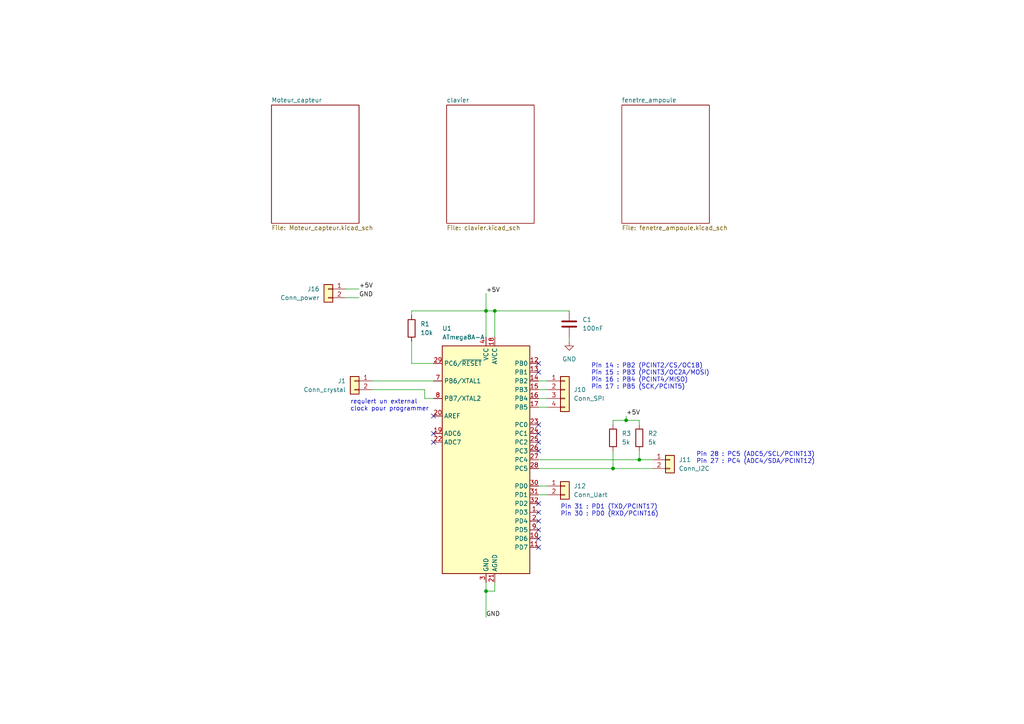
<source format=kicad_sch>
(kicad_sch (version 20230121) (generator eeschema)
  (paper "A4")
  (lib_symbols
    (symbol "Connector_Generic:Conn_01x02" (pin_names (offset 1.016) hide)
      (property "Reference" "J" (at 0 2.54 0))
      (property "Value" "Conn_01x02" (at 0 -5.08 0))
      (symbol "Conn_01x02_1_1"
        (rectangle (start -1.27 -2.413) (end 0 -2.667) (stroke (width 0.1524)))
        (rectangle (start -1.27 0.127) (end 0 -0.127) (stroke (width 0.1524)))
        (rectangle (start -1.27 1.27) (end 1.27 -3.81) (stroke (width 0.254)) (fill (type background)))
        (pin passive line (at -5.08 0 0) (length 3.81) (name "Pin_1") (number "1"))
        (pin passive line (at -5.08 -2.54 0) (length 3.81) (name "Pin_2") (number "2"))
      )
    )
    (symbol "Connector_Generic:Conn_01x04" (pin_names (offset 1.016) hide)
      (property "Reference" "J" (at 0 5.08 0))
      (property "Value" "Conn_01x04" (at 0 -7.62 0))
      (symbol "Conn_01x04_1_1"
        (rectangle (start -1.27 -4.953) (end 0 -5.207) (stroke (width 0.1524)))
        (rectangle (start -1.27 -2.413) (end 0 -2.667) (stroke (width 0.1524)))
        (rectangle (start -1.27 0.127) (end 0 -0.127) (stroke (width 0.1524)))
        (rectangle (start -1.27 2.667) (end 0 2.413) (stroke (width 0.1524)))
        (rectangle (start -1.27 3.81) (end 1.27 -6.35) (stroke (width 0.254)) (fill (type background)))
        (pin passive line (at -5.08 2.54 0) (length 3.81) (name "Pin_1") (number "1"))
        (pin passive line (at -5.08 0 0) (length 3.81) (name "Pin_2") (number "2"))
        (pin passive line (at -5.08 -2.54 0) (length 3.81) (name "Pin_3") (number "3"))
        (pin passive line (at -5.08 -5.08 0) (length 3.81) (name "Pin_4") (number "4"))
      )
    )
    (symbol "Device:C" (pin_numbers hide) (pin_names (offset 0.254))
      (property "Reference" "C" (at 0.635 2.54 0))
      (property "Value" "C" (at 0.635 -2.54 0))
      (symbol "C_0_1"
        (polyline (pts (xy -2.032 -0.762) (xy 2.032 -0.762)) (stroke (width 0.508)))
        (polyline (pts (xy -2.032 0.762) (xy 2.032 0.762)) (stroke (width 0.508)))
      )
      (symbol "C_1_1"
        (pin passive line (at 0 3.81 270) (length 2.794) (name "~") (number "1"))
        (pin passive line (at 0 -3.81 90) (length 2.794) (name "~") (number "2"))
      )
    )
    (symbol "Device:R" (pin_numbers hide) (pin_names (offset 0))
      (property "Reference" "R" (at 2.032 0 90))
      (property "Value" "R" (at 0 0 90))
      (symbol "R_0_1"
        (rectangle (start -1.016 -2.54) (end 1.016 2.54) (stroke (width 0.254)))
      )
      (symbol "R_1_1"
        (pin passive line (at 0 3.81 270) (length 1.27) (name "~") (number "1"))
        (pin passive line (at 0 -3.81 90) (length 1.27) (name "~") (number "2"))
      )
    )
    (symbol "MCU_Microchip_ATmega:ATmega8A-A"
      (property "Reference" "U" (at -12.7 34.29 0))
      (property "Value" "ATmega8A-A" (at 5.08 -34.29 0))
      (symbol "ATmega8A-A_0_1"
        (rectangle (start -12.7 -33.02) (end 12.7 33.02) (stroke (width 0.254)) (fill (type background)))
      )
      (symbol "ATmega8A-A_1_1"
        (pin bidirectional line (at 15.24 -15.24 180) (length 2.54) (name "PD3") (number "1"))
        (pin bidirectional line (at 15.24 -22.86 180) (length 2.54) (name "PD6") (number "10"))
        (pin bidirectional line (at 15.24 -25.4 180) (length 2.54) (name "PD7") (number "11"))
        (pin bidirectional line (at 15.24 27.94 180) (length 2.54) (name "PB0") (number "12"))
        (pin bidirectional line (at 15.24 25.4 180) (length 2.54) (name "PB1") (number "13"))
        (pin bidirectional line (at 15.24 22.86 180) (length 2.54) (name "PB2") (number "14"))
        (pin bidirectional line (at 15.24 20.32 180) (length 2.54) (name "PB3") (number "15"))
        (pin bidirectional line (at 15.24 17.78 180) (length 2.54) (name "PB4") (number "16"))
        (pin bidirectional line (at 15.24 15.24 180) (length 2.54) (name "PB5") (number "17"))
        (pin power_in line (at 2.54 35.56 270) (length 2.54) (name "AVCC") (number "18"))
        (pin input line (at -15.24 7.62 0) (length 2.54) (name "ADC6") (number "19"))
        (pin bidirectional line (at 15.24 -17.78 180) (length 2.54) (name "PD4") (number "2"))
        (pin passive line (at -15.24 12.7 0) (length 2.54) (name "AREF") (number "20"))
        (pin power_in line (at 2.54 -35.56 90) (length 2.54) (name "AGND") (number "21"))
        (pin input line (at -15.24 5.08 0) (length 2.54) (name "ADC7") (number "22"))
        (pin bidirectional line (at 15.24 10.16 180) (length 2.54) (name "PC0") (number "23"))
        (pin bidirectional line (at 15.24 7.62 180) (length 2.54) (name "PC1") (number "24"))
        (pin bidirectional line (at 15.24 5.08 180) (length 2.54) (name "PC2") (number "25"))
        (pin bidirectional line (at 15.24 2.54 180) (length 2.54) (name "PC3") (number "26"))
        (pin bidirectional line (at 15.24 0 180) (length 2.54) (name "PC4") (number "27"))
        (pin bidirectional line (at 15.24 -2.54 180) (length 2.54) (name "PC5") (number "28"))
        (pin bidirectional line (at -15.24 27.94 0) (length 2.54) (name "PC6/~{RESET}") (number "29"))
        (pin power_in line (at 0 -35.56 90) (length 2.54) (name "GND") (number "3"))
        (pin bidirectional line (at 15.24 -7.62 180) (length 2.54) (name "PD0") (number "30"))
        (pin bidirectional line (at 15.24 -10.16 180) (length 2.54) (name "PD1") (number "31"))
        (pin bidirectional line (at 15.24 -12.7 180) (length 2.54) (name "PD2") (number "32"))
        (pin power_in line (at 0 35.56 270) (length 2.54) (name "VCC") (number "4"))
        (pin passive line (at 0 -35.56 90) (length 2.54) hide (name "GND") (number "5"))
        (pin passive line (at 0 35.56 270) (length 2.54) hide (name "VCC") (number "6"))
        (pin bidirectional line (at -15.24 22.86 0) (length 2.54) (name "PB6/XTAL1") (number "7"))
        (pin bidirectional line (at -15.24 17.78 0) (length 2.54) (name "PB7/XTAL2") (number "8"))
        (pin bidirectional line (at 15.24 -20.32 180) (length 2.54) (name "PD5") (number "9"))
      )
    )
    (symbol "power:GND" (power) (pin_names (offset 0))
      (property "Value" "GND" (at 0 -3.81 0))
      (symbol "GND_0_1"
        (polyline (pts (xy 0 0) (xy 0 -1.27) (xy 1.27 -1.27) (xy 0 -2.54) (xy -1.27 -1.27) (xy 0 -1.27)))
      )
      (symbol "GND_1_1"
        (pin power_in line (at 0 0 270) (length 0) hide (name "GND") (number "1"))
      )
    )
  )
  (junction (at 181.61 121.92))
  (junction (at 140.97 90.17))
  (junction (at 143.51 90.17))
  (junction (at 177.8 135.89))
  (junction (at 185.42 133.35))
  (junction (at 140.97 171.45))
  (no_connect (at 125.73 128.27))
  (no_connect (at 156.21 148.59))
  (no_connect (at 125.73 120.65))
  (no_connect (at 156.21 146.05))
  (no_connect (at 156.21 158.75))
  (no_connect (at 156.21 128.27))
  (no_connect (at 156.21 123.19))
  (no_connect (at 156.21 125.73))
  (no_connect (at 156.21 105.41))
  (no_connect (at 125.73 125.73))
  (no_connect (at 156.21 151.13))
  (no_connect (at 156.21 153.67))
  (no_connect (at 156.21 156.21))
  (no_connect (at 156.21 130.81))
  (no_connect (at 156.21 107.95))
  (wire (pts (xy 143.51 90.17) (xy 165.1 90.17)))
  (wire (pts (xy 123.19 113.03) (xy 107.95 113.03)))
  (wire (pts (xy 119.38 99.06) (xy 119.38 105.41)))
  (wire (pts (xy 165.1 97.79) (xy 165.1 99.06)))
  (wire (pts (xy 185.42 121.92) (xy 185.42 123.19)))
  (wire (pts (xy 156.21 115.57) (xy 158.75 115.57)))
  (wire (pts (xy 140.97 85.09) (xy 140.97 90.17)))
  (wire (pts (xy 181.61 121.92) (xy 177.8 121.92)))
  (wire (pts (xy 140.97 90.17) (xy 140.97 97.79)))
  (wire (pts (xy 119.38 105.41) (xy 125.73 105.41)))
  (wire (pts (xy 156.21 113.03) (xy 158.75 113.03)))
  (wire (pts (xy 100.33 83.82) (xy 104.14 83.82)))
  (wire (pts (xy 140.97 171.45) (xy 140.97 179.07)))
  (wire (pts (xy 181.61 121.92) (xy 185.42 121.92)))
  (wire (pts (xy 100.33 86.36) (xy 104.14 86.36)))
  (wire (pts (xy 140.97 168.91) (xy 140.97 171.45)))
  (wire (pts (xy 156.21 110.49) (xy 158.75 110.49)))
  (wire (pts (xy 123.19 115.57) (xy 125.73 115.57)))
  (wire (pts (xy 143.51 90.17) (xy 140.97 90.17)))
  (wire (pts (xy 156.21 133.35) (xy 185.42 133.35)))
  (wire (pts (xy 177.8 135.89) (xy 189.23 135.89)))
  (wire (pts (xy 156.21 143.51) (xy 158.75 143.51)))
  (wire (pts (xy 177.8 121.92) (xy 177.8 123.19)))
  (wire (pts (xy 181.61 120.65) (xy 181.61 121.92)))
  (wire (pts (xy 185.42 133.35) (xy 189.23 133.35)))
  (wire (pts (xy 143.51 97.79) (xy 143.51 90.17)))
  (wire (pts (xy 123.19 115.57) (xy 123.19 113.03)))
  (wire (pts (xy 143.51 168.91) (xy 143.51 171.45)))
  (wire (pts (xy 156.21 118.11) (xy 158.75 118.11)))
  (wire (pts (xy 119.38 90.17) (xy 140.97 90.17)))
  (wire (pts (xy 143.51 171.45) (xy 140.97 171.45)))
  (wire (pts (xy 185.42 130.81) (xy 185.42 133.35)))
  (wire (pts (xy 177.8 130.81) (xy 177.8 135.89)))
  (wire (pts (xy 107.95 110.49) (xy 125.73 110.49)))
  (wire (pts (xy 119.38 91.44) (xy 119.38 90.17)))
  (wire (pts (xy 156.21 140.97) (xy 158.75 140.97)))
  (wire (pts (xy 156.21 135.89) (xy 177.8 135.89)))
  (text "Pin 14 : PB2 (PCINT2/CS/OC1B)\nPin 15 : PB3 (PCINT3/OC2A/MOSI)\nPin 16 : PB4 (PCINT4/MISO)\nPin 17 : PB5 (SCK/PCINT5)" (at 171.45 113.03 0) (effects (font (size 1.27 1.27)) (justify left bottom)))
  (text "requiert un external \nclock pour programmer" (at 101.6 119.38 0) (effects (font (size 1.27 1.27)) (justify left bottom)))
  (text "Pin 28 : PC5 (ADC5/SCL/PCINT13)\nPin 27 : PC4 (ADC4/SDA/PCINT12)" (at 201.93 134.62 0) (effects (font (size 1.27 1.27)) (justify left bottom)))
  (text "Pin 31 : PD1 (TXD/PCINT17)\nPin 30 : PD0 (RXD/PCINT16)" (at 162.56 149.86 0) (effects (font (size 1.27 1.27)) (justify left bottom)))
  (label "+5V" (at 181.61 120.65 0))
  (label "GND" (at 104.14 86.36 0))
  (label "GND" (at 140.97 179.07 0))
  (label "+5V" (at 104.14 83.82 0))
  (label "+5V" (at 140.97 85.09 0))
  (symbol (lib_id "Device:C") (at 165.1 93.98 0) (unit 1)
    (property "Reference" "C1" (at 168.91 92.71 0) (effects (justify left)))
    (property "Value" "100nF" (at 168.91 95.25 0) (effects (justify left)))
    (property "Footprint" "Capacitor_THT:CP_Radial_Tantal_D7.0mm_P5.00mm" (effects hide))
  )
  (symbol (lib_id "Connector_Generic:Conn_01x02") (at 163.83 140.97 0) (unit 1)
    (property "Reference" "J12" (at 166.37 140.97 0) (effects (justify left)))
    (property "Value" "Conn_Uart" (at 166.37 143.51 0) (effects (justify left)))
    (property "Footprint" "myLib:Conn1x2" (effects hide))
  )
  (symbol (lib_id "MCU_Microchip_ATmega:ATmega8A-A") (at 140.97 133.35 0) (unit 1)
    (property "Reference" "U1" (at 128.27 95.25 0) (effects (justify left)))
    (property "Value" "ATmega8A-A" (at 128.27 97.79 0) (effects (justify left)))
    (property "Footprint" "Package_QFP:TQFP-32_7x7mm_P0.8mm" (effects hide))
    (property "Datasheet" "http://ww1.microchip.com/downloads/en/DeviceDoc/Microchip%208bit%20mcu%20AVR%20ATmega8A%20data%20sheet%2040001974A.pdf" (effects hide))
  )
  (symbol (lib_id "Connector_Generic:Conn_01x02") (at 95.25 83.82 0) (mirror y) (unit 1)
    (property "Reference" "J16" (at 92.71 83.82 0) (effects (justify left)))
    (property "Value" "Conn_power" (at 92.71 86.36 0) (effects (justify left)))
    (property "Footprint" "myLib:Conn1x2" (effects hide))
  )
  (symbol (lib_id "Device:R") (at 119.38 95.25 0) (unit 1)
    (property "Reference" "R1" (at 121.92 93.98 0) (effects (justify left)))
    (property "Value" "10k" (at 121.92 96.52 0) (effects (justify left)))
    (property "Footprint" "Resistor_THT:R_Axial_DIN0309_L9.0mm_D3.2mm_P12.70mm_Horizontal" (effects hide))
  )
  (symbol (lib_id "Connector_Generic:Conn_01x02") (at 194.31 133.35 0) (unit 1)
    (property "Reference" "J11" (at 196.85 133.35 0) (effects (justify left)))
    (property "Value" "Conn_I2C" (at 196.85 135.89 0) (effects (justify left)))
    (property "Footprint" "myLib:Conn1x2" (effects hide))
  )
  (symbol (lib_id "Connector_Generic:Conn_01x02") (at 102.87 110.49 0) (mirror y) (unit 1)
    (property "Reference" "J1" (at 100.33 110.49 0) (effects (justify left)))
    (property "Value" "Conn_crystal" (at 100.33 113.03 0) (effects (justify left)))
    (property "Footprint" "myLib:Conn1x2" (effects hide))
  )
  (symbol (lib_id "Connector_Generic:Conn_01x04") (at 163.83 113.03 0) (unit 1)
    (property "Reference" "J10" (at 166.37 113.03 0) (effects (justify left)))
    (property "Value" "Conn_SPI" (at 166.37 115.57 0) (effects (justify left)))
    (property "Footprint" "myLib:conn_1x4" (effects hide))
  )
  (symbol (lib_id "Device:R") (at 185.42 127 0) (unit 1)
    (property "Reference" "R2" (at 187.96 125.73 0) (effects (justify left)))
    (property "Value" "5k" (at 187.96 128.27 0) (effects (justify left)))
    (property "Footprint" "Resistor_THT:R_Axial_DIN0309_L9.0mm_D3.2mm_P12.70mm_Horizontal" (effects hide))
  )
  (symbol (lib_id "power:GND") (at 165.1 99.06 0) (unit 1)
    (property "Reference" "#PWR03" (effects hide))
    (property "Value" "GND" (at 165.1 104.14 0))
  )
  (symbol (lib_id "Device:R") (at 177.8 127 0) (unit 1)
    (property "Reference" "R3" (at 180.34 125.73 0) (effects (justify left)))
    (property "Value" "5k" (at 180.34 128.27 0) (effects (justify left)))
    (property "Footprint" "Resistor_THT:R_Axial_DIN0309_L9.0mm_D3.2mm_P12.70mm_Horizontal" (effects hide))
  )
  (sheet (at 78.74 30.48) (size 25.4 34.29) (stroke (width 0.1524))
    (property "Sheetname" "Moteur_capteur" (at 78.74 29.7684 0) (effects (justify left bottom)))
    (property "Sheetfile" "Moteur_capteur.kicad_sch" (at 78.74 65.3546 0) (effects (justify left top)))
  )
  (sheet (at 180.34 30.48) (size 25.4 34.29) (stroke (width 0.1524))
    (property "Sheetname" "fenetre_ampoule" (at 180.34 29.7684 0) (effects (justify left bottom)))
    (property "Sheetfile" "fenetre_ampoule.kicad_sch" (at 180.34 65.3546 0) (effects (justify left top)))
  )
  (sheet (at 129.54 30.48) (size 25.4 34.29) (stroke (width 0.1524))
    (property "Sheetname" "clavier" (at 129.54 29.7684 0) (effects (justify left bottom)))
    (property "Sheetfile" "clavier.kicad_sch" (at 129.54 65.3546 0) (effects (justify left top)))
  )
)
</source>
